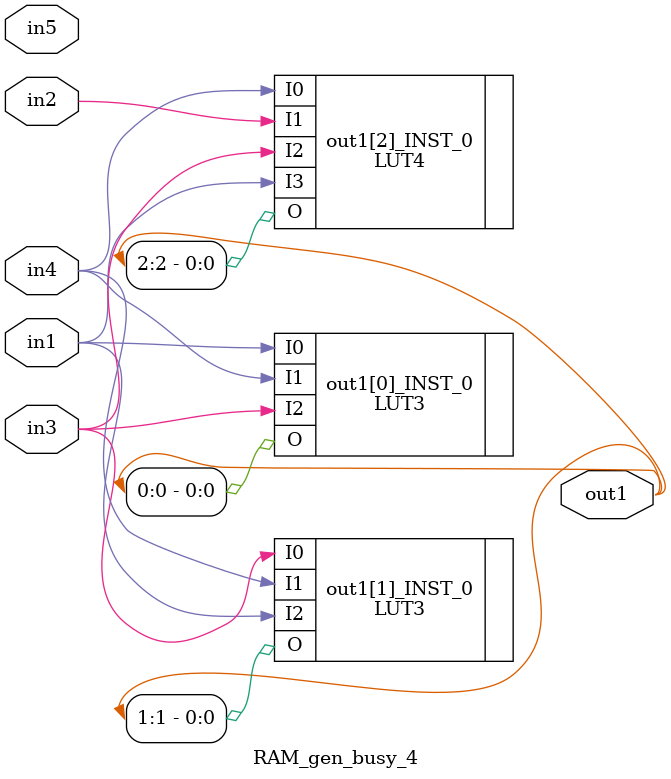
<source format=v>
`timescale 1 ps / 1 ps

(* STRUCTURAL_NETLIST = "yes" *)
module RAM_gen_busy_4
   (in1,
    in2,
    in3,
    in4,
    in5,
    out1);
  input in1;
  input in2;
  input in3;
  input in4;
  input in5;
  output [2:0]out1;

  wire in1;
  wire in2;
  wire in3;
  wire in4;
  wire [2:0]out1;

LUT3 #(
    .INIT(8'hEF)) 
     \out1[0]_INST_0 
       (.I0(in1),
        .I1(in4),
        .I2(in3),
        .O(out1[0]));
LUT3 #(
    .INIT(8'h02)) 
     \out1[1]_INST_0 
       (.I0(in3),
        .I1(in4),
        .I2(in1),
        .O(out1[1]));
LUT4 #(
    .INIT(16'hFEAA)) 
     \out1[2]_INST_0 
       (.I0(in4),
        .I1(in2),
        .I2(in3),
        .I3(in1),
        .O(out1[2]));
endmodule


</source>
